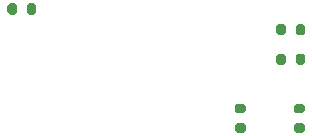
<source format=gbr>
%TF.GenerationSoftware,KiCad,Pcbnew,5.1.8-5.fc33*%
%TF.CreationDate,2020-12-26T13:36:50+00:00*%
%TF.ProjectId,breakout,62726561-6b6f-4757-942e-6b696361645f,rev?*%
%TF.SameCoordinates,Original*%
%TF.FileFunction,Paste,Bot*%
%TF.FilePolarity,Positive*%
%FSLAX46Y46*%
G04 Gerber Fmt 4.6, Leading zero omitted, Abs format (unit mm)*
G04 Created by KiCad (PCBNEW 5.1.8-5.fc33) date 2020-12-26 13:36:50*
%MOMM*%
%LPD*%
G01*
G04 APERTURE LIST*
G04 APERTURE END LIST*
%TO.C,R5*%
G36*
G01*
X125075000Y-127725000D02*
X125075000Y-128275000D01*
G75*
G02*
X124875000Y-128475000I-200000J0D01*
G01*
X124475000Y-128475000D01*
G75*
G02*
X124275000Y-128275000I0J200000D01*
G01*
X124275000Y-127725000D01*
G75*
G02*
X124475000Y-127525000I200000J0D01*
G01*
X124875000Y-127525000D01*
G75*
G02*
X125075000Y-127725000I0J-200000D01*
G01*
G37*
G36*
G01*
X126725000Y-127725000D02*
X126725000Y-128275000D01*
G75*
G02*
X126525000Y-128475000I-200000J0D01*
G01*
X126125000Y-128475000D01*
G75*
G02*
X125925000Y-128275000I0J200000D01*
G01*
X125925000Y-127725000D01*
G75*
G02*
X126125000Y-127525000I200000J0D01*
G01*
X126525000Y-127525000D01*
G75*
G02*
X126725000Y-127725000I0J-200000D01*
G01*
G37*
%TD*%
%TO.C,R4*%
G36*
G01*
X125075000Y-125225000D02*
X125075000Y-125775000D01*
G75*
G02*
X124875000Y-125975000I-200000J0D01*
G01*
X124475000Y-125975000D01*
G75*
G02*
X124275000Y-125775000I0J200000D01*
G01*
X124275000Y-125225000D01*
G75*
G02*
X124475000Y-125025000I200000J0D01*
G01*
X124875000Y-125025000D01*
G75*
G02*
X125075000Y-125225000I0J-200000D01*
G01*
G37*
G36*
G01*
X126725000Y-125225000D02*
X126725000Y-125775000D01*
G75*
G02*
X126525000Y-125975000I-200000J0D01*
G01*
X126125000Y-125975000D01*
G75*
G02*
X125925000Y-125775000I0J200000D01*
G01*
X125925000Y-125225000D01*
G75*
G02*
X126125000Y-125025000I200000J0D01*
G01*
X126525000Y-125025000D01*
G75*
G02*
X126725000Y-125225000I0J-200000D01*
G01*
G37*
%TD*%
%TO.C,R3*%
G36*
G01*
X121525000Y-132575000D02*
X120975000Y-132575000D01*
G75*
G02*
X120775000Y-132375000I0J200000D01*
G01*
X120775000Y-131975000D01*
G75*
G02*
X120975000Y-131775000I200000J0D01*
G01*
X121525000Y-131775000D01*
G75*
G02*
X121725000Y-131975000I0J-200000D01*
G01*
X121725000Y-132375000D01*
G75*
G02*
X121525000Y-132575000I-200000J0D01*
G01*
G37*
G36*
G01*
X121525000Y-134225000D02*
X120975000Y-134225000D01*
G75*
G02*
X120775000Y-134025000I0J200000D01*
G01*
X120775000Y-133625000D01*
G75*
G02*
X120975000Y-133425000I200000J0D01*
G01*
X121525000Y-133425000D01*
G75*
G02*
X121725000Y-133625000I0J-200000D01*
G01*
X121725000Y-134025000D01*
G75*
G02*
X121525000Y-134225000I-200000J0D01*
G01*
G37*
%TD*%
%TO.C,R2*%
G36*
G01*
X125975000Y-133425000D02*
X126525000Y-133425000D01*
G75*
G02*
X126725000Y-133625000I0J-200000D01*
G01*
X126725000Y-134025000D01*
G75*
G02*
X126525000Y-134225000I-200000J0D01*
G01*
X125975000Y-134225000D01*
G75*
G02*
X125775000Y-134025000I0J200000D01*
G01*
X125775000Y-133625000D01*
G75*
G02*
X125975000Y-133425000I200000J0D01*
G01*
G37*
G36*
G01*
X125975000Y-131775000D02*
X126525000Y-131775000D01*
G75*
G02*
X126725000Y-131975000I0J-200000D01*
G01*
X126725000Y-132375000D01*
G75*
G02*
X126525000Y-132575000I-200000J0D01*
G01*
X125975000Y-132575000D01*
G75*
G02*
X125775000Y-132375000I0J200000D01*
G01*
X125775000Y-131975000D01*
G75*
G02*
X125975000Y-131775000I200000J0D01*
G01*
G37*
%TD*%
%TO.C,R1*%
G36*
G01*
X102325000Y-123475000D02*
X102325000Y-124025000D01*
G75*
G02*
X102125000Y-124225000I-200000J0D01*
G01*
X101725000Y-124225000D01*
G75*
G02*
X101525000Y-124025000I0J200000D01*
G01*
X101525000Y-123475000D01*
G75*
G02*
X101725000Y-123275000I200000J0D01*
G01*
X102125000Y-123275000D01*
G75*
G02*
X102325000Y-123475000I0J-200000D01*
G01*
G37*
G36*
G01*
X103975000Y-123475000D02*
X103975000Y-124025000D01*
G75*
G02*
X103775000Y-124225000I-200000J0D01*
G01*
X103375000Y-124225000D01*
G75*
G02*
X103175000Y-124025000I0J200000D01*
G01*
X103175000Y-123475000D01*
G75*
G02*
X103375000Y-123275000I200000J0D01*
G01*
X103775000Y-123275000D01*
G75*
G02*
X103975000Y-123475000I0J-200000D01*
G01*
G37*
%TD*%
M02*

</source>
